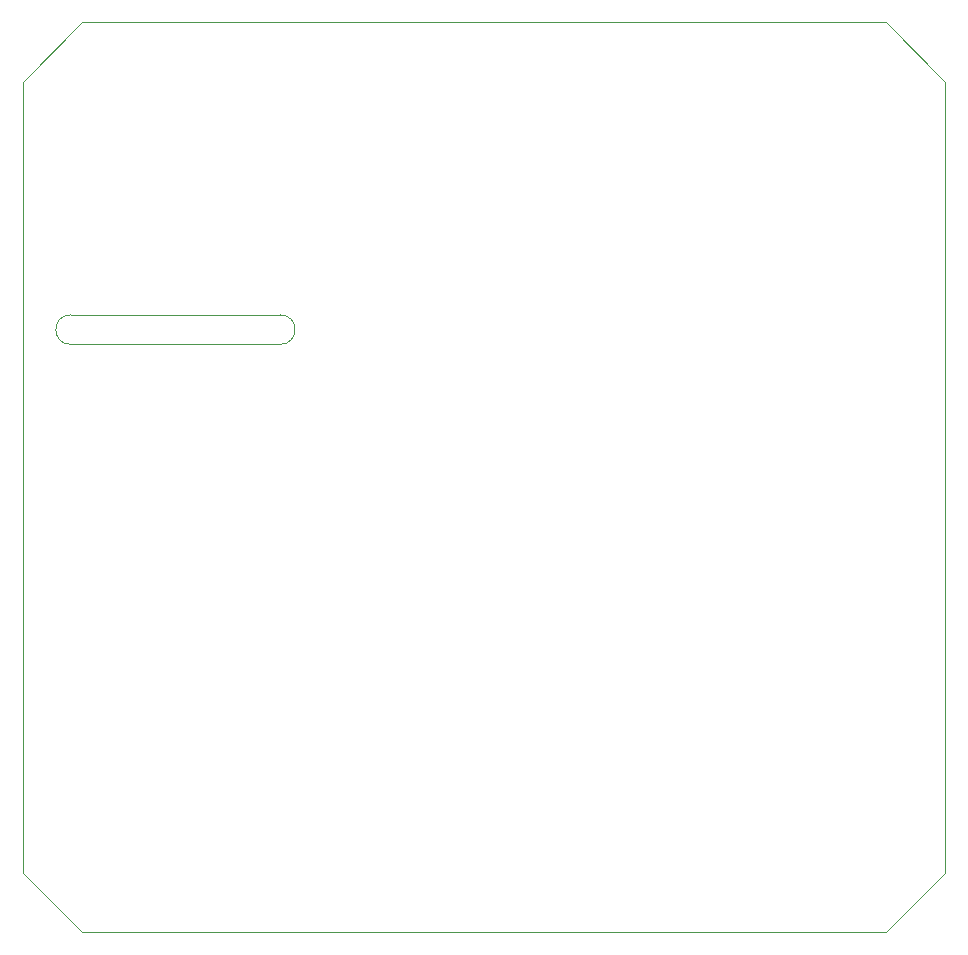
<source format=gbr>
%TF.GenerationSoftware,KiCad,Pcbnew,(5.1.6)-1*%
%TF.CreationDate,2021-11-18T16:20:29-08:00*%
%TF.ProjectId,well-monitor,77656c6c-2d6d-46f6-9e69-746f722e6b69,rev?*%
%TF.SameCoordinates,Original*%
%TF.FileFunction,Profile,NP*%
%FSLAX46Y46*%
G04 Gerber Fmt 4.6, Leading zero omitted, Abs format (unit mm)*
G04 Created by KiCad (PCBNEW (5.1.6)-1) date 2021-11-18 16:20:29*
%MOMM*%
%LPD*%
G01*
G04 APERTURE LIST*
%TA.AperFunction,Profile*%
%ADD10C,0.050000*%
%TD*%
G04 APERTURE END LIST*
D10*
X116750000Y-68750000D02*
G75*
G02*
X116750000Y-71250000I0J-1250000D01*
G01*
X99000000Y-71250000D02*
G75*
G02*
X99000000Y-68750000I0J1250000D01*
G01*
X99000000Y-71250000D02*
X116750000Y-71250000D01*
X99000000Y-68750000D02*
X116750000Y-68750000D01*
X100000000Y-44000000D02*
X168000000Y-44000000D01*
X95000000Y-49000000D02*
X100000000Y-44000000D01*
X95000000Y-116000000D02*
X95000000Y-49000000D01*
X100000000Y-121000000D02*
X95000000Y-116000000D01*
X168000000Y-121000000D02*
X100000000Y-121000000D01*
X173000000Y-116000000D02*
X168000000Y-121000000D01*
X173000000Y-49000000D02*
X173000000Y-116000000D01*
X168000000Y-44000000D02*
X173000000Y-49000000D01*
M02*

</source>
